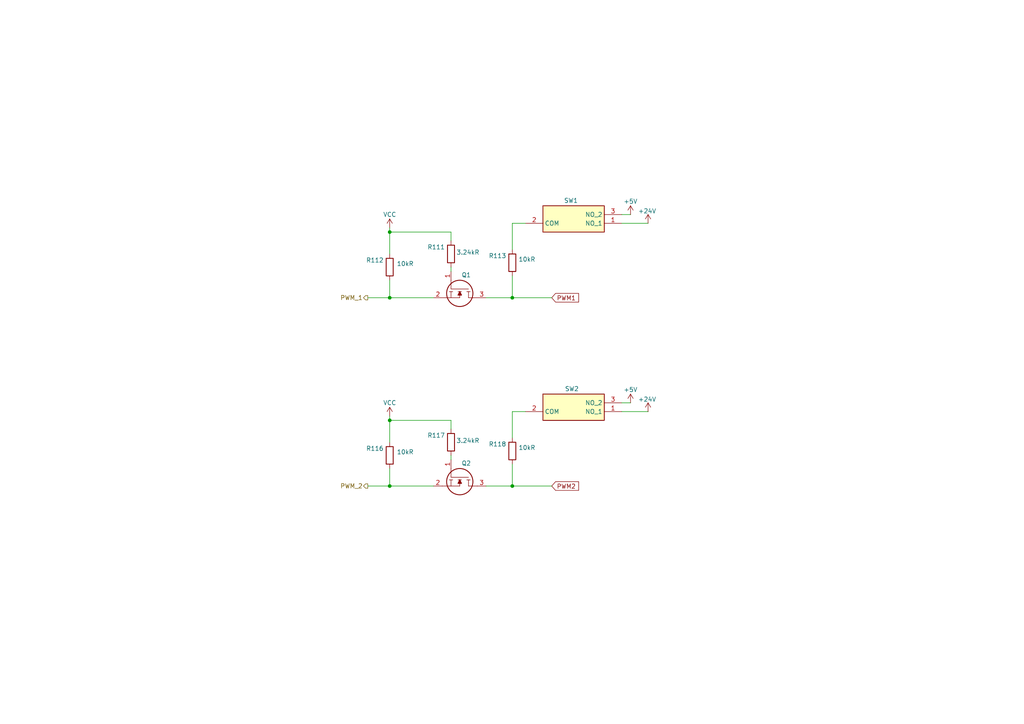
<source format=kicad_sch>
(kicad_sch (version 20231120) (generator "eeschema") (generator_version "8.0")
  (paper "A4")
  (title_block (title "PWM Level Shifter"))
  (lib_symbols
    (symbol "CJS-1201TB1:CJS-1201TB1"
      (property "Reference" "SW" (at 24.13 7.62 0))
      (property "Value" "CJS-1201TB1" (at 24.13 5.08 0))
      (symbol "CJS-1201TB1_1_1"
        (rectangle (start 5.08 2.54) (end 22.86 -5.08) (stroke (width 0.254)) (fill (type background)))
        (pin passive line (at 0 0 0) (length 5.08) (name "NO_1") (number "1"))
        (pin passive line (at 27.94 0 180) (length 5.08) (name "COM") (number "2"))
        (pin passive line (at 0 -2.54 0) (length 5.08) (name "NO_2") (number "3"))
      )
    )
    (symbol "Device:R" (pin_numbers hide) (pin_names (offset 0))
      (property "Reference" "R" (at 2.032 0 90))
      (property "Value" "R" (at 0 0 90))
      (symbol "R_0_1"
        (rectangle (start -1.016 -2.54) (end 1.016 2.54) (stroke (width 0.254)))
      )
      (symbol "R_1_1"
        (pin passive line (at 0 3.81 270) (length 1.27) (name "~") (number "1"))
        (pin passive line (at 0 -3.81 90) (length 1.27) (name "~") (number "2"))
      )
    )
    (symbol "Transistor_FET:TN2106K1-G" (pin_names (offset 0.762))
      (property "Reference" "Q" (at 11.43 3.81 0))
      (property "Value" "TN2106K1-G" (at 11.43 1.27 0))
      (symbol "TN2106K1-G_0_0"
        (pin passive line (at 0 0 0) (length 2.54) (name "~") (number "1"))
        (pin passive line (at 7.62 -5.08 90) (length 2.54) (name "~") (number "2"))
        (pin passive line (at 7.62 10.16 270) (length 2.54) (name "~") (number "3"))
      )
      (symbol "TN2106K1-G_0_1"
        (polyline (pts (xy 5.842 -0.508) (xy 5.842 0.508)) (stroke (width 0.1524)))
        (polyline (pts (xy 5.842 0) (xy 7.62 0)) (stroke (width 0.1524)))
        (polyline (pts (xy 5.842 2.032) (xy 5.842 3.048)) (stroke (width 0.1524)))
        (polyline (pts (xy 5.842 5.588) (xy 5.842 4.572)) (stroke (width 0.1524)))
        (polyline (pts (xy 7.62 2.54) (xy 5.842 2.54)) (stroke (width 0.1524)))
        (polyline (pts (xy 7.62 2.54) (xy 7.62 -2.54)) (stroke (width 0.1524)))
        (polyline (pts (xy 7.62 5.08) (xy 5.842 5.08)) (stroke (width 0.1524)))
        (polyline (pts (xy 7.62 5.08) (xy 7.62 7.62)) (stroke (width 0.1524)))
        (polyline (pts (xy 2.54 0) (xy 5.08 0) (xy 5.08 5.08)) (stroke (width 0.1524)))
        (polyline (pts (xy 5.842 2.54) (xy 6.858 3.048) (xy 6.858 2.032) (xy 5.842 2.54)) (stroke (width 0.254)) (fill (type outline)))
        (circle (center 6.35 2.54) (radius 3.81) (stroke (width 0.254)))
      )
    )
    (symbol "VCC_2" (power) (pin_numbers hide) (pin_names (offset 0) hide)
      (property "Value" "VCC" (at 0 3.556 0))
      (symbol "VCC_2_0_1"
        (polyline (pts (xy -0.762 1.27) (xy 0 2.54)))
        (polyline (pts (xy 0 0) (xy 0 2.54)))
        (polyline (pts (xy 0 2.54) (xy 0.762 1.27)))
      )
      (symbol "VCC_2_1_1"
        (pin power_in line (at 0 0 90) (length 0) (name "~") (number "1"))
      )
    )
    (symbol "power:+24V" (power) (pin_numbers hide) (pin_names (offset 0) hide)
      (property "Value" "+24V" (at 0 3.556 0))
      (symbol "+24V_0_1"
        (polyline (pts (xy -0.762 1.27) (xy 0 2.54)))
        (polyline (pts (xy 0 0) (xy 0 2.54)))
        (polyline (pts (xy 0 2.54) (xy 0.762 1.27)))
      )
      (symbol "+24V_1_1"
        (pin power_in line (at 0 0 90) (length 0) (name "~") (number "1"))
      )
    )
    (symbol "power:+5V" (power) (pin_numbers hide) (pin_names (offset 0) hide)
      (property "Value" "+5V" (at 0 3.556 0))
      (symbol "+5V_0_1"
        (polyline (pts (xy -0.762 1.27) (xy 0 2.54)))
        (polyline (pts (xy 0 0) (xy 0 2.54)))
        (polyline (pts (xy 0 2.54) (xy 0.762 1.27)))
      )
      (symbol "+5V_1_1"
        (pin power_in line (at 0 0 90) (length 0) (name "~") (number "1"))
      )
    )
  )
  (junction (at 148.59 86.36))
  (junction (at 113.03 121.92))
  (junction (at 113.03 140.97))
  (junction (at 113.03 86.36))
  (junction (at 113.03 67.31))
  (junction (at 148.59 140.97))
  (wire (pts (xy 113.03 140.97) (xy 125.73 140.97)))
  (wire (pts (xy 130.81 132.08) (xy 130.81 133.35)))
  (wire (pts (xy 182.88 62.23) (xy 180.34 62.23)))
  (wire (pts (xy 140.97 86.36) (xy 148.59 86.36)))
  (wire (pts (xy 180.34 64.77) (xy 187.96 64.77)))
  (wire (pts (xy 140.97 140.97) (xy 148.59 140.97)))
  (wire (pts (xy 113.03 86.36) (xy 125.73 86.36)))
  (wire (pts (xy 148.59 86.36) (xy 160.02 86.36)))
  (wire (pts (xy 148.59 119.38) (xy 148.59 127)))
  (wire (pts (xy 130.81 121.92) (xy 113.03 121.92)))
  (wire (pts (xy 130.81 77.47) (xy 130.81 78.74)))
  (wire (pts (xy 106.68 140.97) (xy 113.03 140.97)))
  (wire (pts (xy 113.03 120.65) (xy 113.03 121.92)))
  (wire (pts (xy 113.03 121.92) (xy 113.03 128.27)))
  (wire (pts (xy 113.03 67.31) (xy 113.03 73.66)))
  (wire (pts (xy 148.59 80.01) (xy 148.59 86.36)))
  (wire (pts (xy 180.34 119.38) (xy 187.96 119.38)))
  (wire (pts (xy 148.59 140.97) (xy 160.02 140.97)))
  (wire (pts (xy 113.03 135.89) (xy 113.03 140.97)))
  (wire (pts (xy 152.4 119.38) (xy 148.59 119.38)))
  (wire (pts (xy 113.03 81.28) (xy 113.03 86.36)))
  (wire (pts (xy 152.4 64.77) (xy 148.59 64.77)))
  (wire (pts (xy 106.68 86.36) (xy 113.03 86.36)))
  (wire (pts (xy 148.59 64.77) (xy 148.59 72.39)))
  (wire (pts (xy 148.59 134.62) (xy 148.59 140.97)))
  (wire (pts (xy 113.03 66.04) (xy 113.03 67.31)))
  (wire (pts (xy 182.88 116.84) (xy 180.34 116.84)))
  (wire (pts (xy 130.81 124.46) (xy 130.81 121.92)))
  (wire (pts (xy 130.81 69.85) (xy 130.81 67.31)))
  (wire (pts (xy 130.81 67.31) (xy 113.03 67.31)))
  (global_label "PWM2" (shape input) (at 160.02 140.97 0) (property "Intersheetrefs" "${INTERSHEET_REFS}" (effects (hide yes))))
  (global_label "PWM1" (shape input) (at 160.02 86.36 0) (property "Intersheetrefs" "${INTERSHEET_REFS}" (effects (hide yes))))
  (hierarchical_label "PWM_2" (shape output) (at 106.68 140.97 180))
  (hierarchical_label "PWM_1" (shape output) (at 106.68 86.36 180))
  (symbol (lib_id "power:+5V") (at 182.88 62.23 0) (unit 1)
    (property "Reference" "#PWR023" (effects (hide yes)))
    (property "Value" "+5V" (at 182.88 58.42 0))
    (property "Description" "Power symbol creates a global label with name \"+5V\"" (effects (hide yes)))
  )
  (symbol (lib_id "Transistor_FET:TN2106K1-G") (at 130.81 133.35 270) (unit 1)
    (property "Reference" "Q2" (at 133.858 134.366 90) (effects (justify left)))
    (property "Value" "TN2106K1-G" (effects (hide yes)))
    (property "Footprint" "SOT95P237X112-3N" (effects (hide yes)))
    (property "Datasheet" "https://4donline.ihs.com/images/VipMasterIC/IC/SUPR/SUPRS01795/SUPRS01795-1.pdf?hkey=EF798316E3902B6ED9A73243A3159BB0" (effects (hide yes)))
    (property "Description" "SOT-23-3" (effects (hide yes)))
    (property "Height" "1.12" (effects (hide yes)))
    (property "Mouser Part Number" "689-TN2106K1-G" (effects (hide yes)))
    (property "Mouser Price/Stock" "https://www.mouser.co.uk/ProductDetail/Microchip-Technology/TN2106K1-G?qs=HtXX7FUe5Saa3EQiSQSCfw%3D%3D" (effects (hide yes)))
    (property "Manufacturer_Name" "Microchip" (effects (hide yes)))
    (property "Manufacturer_Part_Number" "TN2106K1-G" (effects (hide yes)))
  )
  (symbol (lib_id "Device:R") (at 113.03 77.47 0) (unit 1)
    (property "Reference" "R112" (at 106.172 76.2 0) (effects (justify left bottom)))
    (property "Value" "10kR" (at 115.062 77.216 0) (effects (justify left bottom)))
    (property "Footprint" "Resistor_SMD:R_0805_2012Metric_Pad1.20x1.40mm_HandSolder" (effects (hide yes)))
    (property "Description" "AC0805FR-7W10KL" (effects (hide yes)))
  )
  (symbol (lib_id "Device:R") (at 113.03 132.08 0) (unit 1)
    (property "Reference" "R116" (at 106.172 130.81 0) (effects (justify left bottom)))
    (property "Value" "10kR" (at 115.062 131.826 0) (effects (justify left bottom)))
    (property "Footprint" "Resistor_SMD:R_0805_2012Metric_Pad1.20x1.40mm_HandSolder" (effects (hide yes)))
    (property "Description" "AC0805FR-7W10KL" (effects (hide yes)))
  )
  (symbol (lib_id "Device:R") (at 148.59 76.2 0) (unit 1)
    (property "Reference" "R113" (at 141.732 74.93 0) (effects (justify left bottom)))
    (property "Value" "10kR" (at 150.368 75.946 0) (effects (justify left bottom)))
    (property "Footprint" "Resistor_SMD:R_0805_2012Metric_Pad1.20x1.40mm_HandSolder" (effects (hide yes)))
    (property "Description" "AC0805FR-7W10KL" (effects (hide yes)))
  )
  (symbol (lib_id "Device:R") (at 130.81 73.66 0) (unit 1)
    (property "Reference" "R111" (at 123.952 72.39 0) (effects (justify left bottom)))
    (property "Value" "3.24kR" (at 132.334 73.914 0) (effects (justify left bottom)))
    (property "Footprint" "Resistor_SMD:R_0805_2012Metric_Pad1.20x1.40mm_HandSolder" (effects (hide yes)))
    (property "Description" "ERJ-PB6B3241V" (effects (hide yes)))
  )
  (symbol (lib_id "power:+24V") (at 187.96 119.38 0) (unit 1)
    (property "Reference" "#PWR027" (effects (hide yes)))
    (property "Value" "+24V" (at 187.706 115.824 0))
    (property "Description" "Power symbol creates a global label with name \"+24V\"" (effects (hide yes)))
  )
  (symbol (lib_id "Device:R") (at 130.81 128.27 0) (unit 1)
    (property "Reference" "R117" (at 123.952 127 0) (effects (justify left bottom)))
    (property "Value" "3.24kR" (at 132.334 128.524 0) (effects (justify left bottom)))
    (property "Footprint" "Resistor_SMD:R_0805_2012Metric_Pad1.20x1.40mm_HandSolder" (effects (hide yes)))
    (property "Description" "ERJ-PB6B3241V" (effects (hide yes)))
  )
  (symbol (lib_id "Transistor_FET:TN2106K1-G") (at 130.81 78.74 270) (unit 1)
    (property "Reference" "Q1" (at 133.858 79.756 90) (effects (justify left)))
    (property "Value" "TN2106K1-G" (effects (hide yes)))
    (property "Footprint" "SOT95P237X112-3N" (effects (hide yes)))
    (property "Datasheet" "https://4donline.ihs.com/images/VipMasterIC/IC/SUPR/SUPRS01795/SUPRS01795-1.pdf?hkey=EF798316E3902B6ED9A73243A3159BB0" (effects (hide yes)))
    (property "Description" "SOT-23-3" (effects (hide yes)))
    (property "Height" "1.12" (effects (hide yes)))
    (property "Mouser Part Number" "689-TN2106K1-G" (effects (hide yes)))
    (property "Mouser Price/Stock" "https://www.mouser.co.uk/ProductDetail/Microchip-Technology/TN2106K1-G?qs=HtXX7FUe5Saa3EQiSQSCfw%3D%3D" (effects (hide yes)))
    (property "Manufacturer_Name" "Microchip" (effects (hide yes)))
    (property "Manufacturer_Part_Number" "TN2106K1-G" (effects (hide yes)))
  )
  (symbol (lib_id "power:+5V") (at 182.88 116.84 0) (unit 1)
    (property "Reference" "#PWR026" (effects (hide yes)))
    (property "Value" "+5V" (at 182.88 113.03 0))
    (property "Description" "Power symbol creates a global label with name \"+5V\"" (effects (hide yes)))
  )
  (symbol (lib_id "power:+24V") (at 187.96 64.77 0) (unit 1)
    (property "Reference" "#PWR020" (effects (hide yes)))
    (property "Value" "+24V" (at 187.706 61.214 0))
    (property "Description" "Power symbol creates a global label with name \"+24V\"" (effects (hide yes)))
  )
  (symbol (lib_name "VCC_2") (lib_id "power:VCC") (at 113.03 120.65 0) (unit 1)
    (property "Reference" "#PWR025" (effects (hide yes)))
    (property "Value" "VCC" (at 113.03 116.84 0))
    (property "Description" "Power symbol creates a global label with name \"VCC\"" (effects (hide yes)))
  )
  (symbol (lib_id "CJS-1201TB1:CJS-1201TB1") (at 180.34 64.77 180) (unit 1)
    (property "Reference" "SW1" (at 165.608 58.166 0))
    (property "Value" "CJS-1201TB1" (effects (hide yes)))
    (property "Footprint" "Button_Switch_SMD:CJS1201TB1" (effects (hide yes)))
    (property "Datasheet" "https://www.nidec-copal-electronics.com/e/catalog/switch/cjs.pdf" (effects (hide yes)))
    (property "Description" "Slide Switches smd jumper switch, gull-wing, with detent,non-washable" (effects (hide yes)))
    (property "Height" "2.5" (effects (hide yes)))
    (property "Mouser Part Number" "229-CJS-1201TB1" (effects (hide yes)))
    (property "Mouser Price/Stock" "https://www.mouser.co.uk/ProductDetail/Nidec-Copal/CJS-1201TB1?qs=XeJtXLiO41QHyZuyew6m%252Bg%3D%3D" (effects (hide yes)))
    (property "Manufacturer_Name" "Nidec Copal" (effects (hide yes)))
    (property "Manufacturer_Part_Number" "CJS-1201TB1" (effects (hide yes)))
  )
  (symbol (lib_id "CJS-1201TB1:CJS-1201TB1") (at 180.34 119.38 180) (unit 1)
    (property "Reference" "SW2" (at 165.862 112.776 0))
    (property "Value" "CJS-1201TB1" (effects (hide yes)))
    (property "Footprint" "Button_Switch_SMD:CJS1201TB1" (effects (hide yes)))
    (property "Datasheet" "https://www.nidec-copal-electronics.com/e/catalog/switch/cjs.pdf" (effects (hide yes)))
    (property "Description" "Slide Switches smd jumper switch, gull-wing, with detent,non-washable" (effects (hide yes)))
    (property "Height" "2.5" (effects (hide yes)))
    (property "Mouser Part Number" "229-CJS-1201TB1" (effects (hide yes)))
    (property "Mouser Price/Stock" "https://www.mouser.co.uk/ProductDetail/Nidec-Copal/CJS-1201TB1?qs=XeJtXLiO41QHyZuyew6m%252Bg%3D%3D" (effects (hide yes)))
    (property "Manufacturer_Name" "Nidec Copal" (effects (hide yes)))
    (property "Manufacturer_Part_Number" "CJS-1201TB1" (effects (hide yes)))
  )
  (symbol (lib_name "VCC_2") (lib_id "power:VCC") (at 113.03 66.04 0) (unit 1)
    (property "Reference" "#PWR019" (effects (hide yes)))
    (property "Value" "VCC" (at 113.03 62.23 0))
    (property "Description" "Power symbol creates a global label with name \"VCC\"" (effects (hide yes)))
  )
  (symbol (lib_id "Device:R") (at 148.59 130.81 0) (unit 1)
    (property "Reference" "R118" (at 141.732 129.54 0) (effects (justify left bottom)))
    (property "Value" "10kR" (at 150.368 130.556 0) (effects (justify left bottom)))
    (property "Footprint" "Resistor_SMD:R_0805_2012Metric_Pad1.20x1.40mm_HandSolder" (effects (hide yes)))
    (property "Description" "AC0805FR-7W10KL" (effects (hide yes)))
  )
)
</source>
